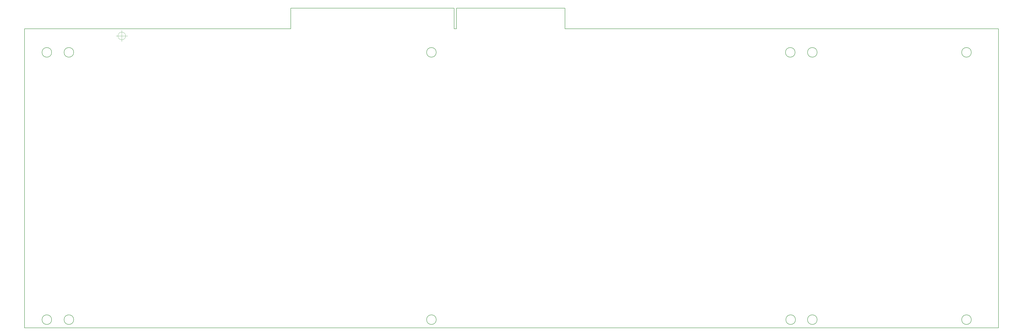
<source format=gbr>
%TF.GenerationSoftware,KiCad,Pcbnew,(5.1.4)-1*%
%TF.CreationDate,2020-02-21T10:12:18-05:00*%
%TF.ProjectId,5251,35323531-2e6b-4696-9361-645f70636258,0.0.2*%
%TF.SameCoordinates,Original*%
%TF.FileFunction,Profile,NP*%
%FSLAX46Y46*%
G04 Gerber Fmt 4.6, Leading zero omitted, Abs format (unit mm)*
G04 Created by KiCad (PCBNEW (5.1.4)-1) date 2020-02-21 10:12:18*
%MOMM*%
%LPD*%
G04 APERTURE LIST*
%ADD10C,0.200000*%
%ADD11C,0.050000*%
G04 APERTURE END LIST*
D10*
X263780705Y-142705529D02*
X263780705Y-151675529D01*
X192620706Y-142705529D02*
X263780705Y-142705529D01*
X192620706Y-151675529D02*
X192620706Y-142705529D01*
X76760706Y-151675529D02*
X192620706Y-151675529D01*
X76760706Y-281925529D02*
X76760706Y-151675529D01*
X500750705Y-281925529D02*
X76760706Y-281925529D01*
X500750705Y-151675529D02*
X500750705Y-281925529D01*
X312000705Y-151675529D02*
X500750705Y-151675529D01*
X312000705Y-142705529D02*
X312000705Y-151675529D01*
X264780706Y-142705529D02*
X312000705Y-142705529D01*
X255965705Y-278390528D02*
G75*
G03X255965705Y-278390528I-2100000J0D01*
G01*
X412350705Y-278390528D02*
G75*
G03X412350705Y-278390528I-2100000J0D01*
G01*
X412190705Y-161930529D02*
G75*
G03X412190705Y-161930529I-2100000J0D01*
G01*
X421790706Y-278390528D02*
G75*
G03X421790706Y-278390528I-2100000J0D01*
G01*
X421790706Y-161930529D02*
G75*
G03X421790706Y-161930529I-2100000J0D01*
G01*
X488900705Y-278390528D02*
G75*
G03X488900705Y-278390528I-2100000J0D01*
G01*
X488900705Y-161930529D02*
G75*
G03X488900705Y-161930529I-2100000J0D01*
G01*
X98135705Y-278390528D02*
G75*
G03X98135705Y-278390528I-2099999J0D01*
G01*
X88535706Y-278390528D02*
G75*
G03X88535706Y-278390528I-2100000J0D01*
G01*
X98135705Y-161930529D02*
G75*
G03X98135705Y-161930529I-2099999J0D01*
G01*
X88535706Y-161930529D02*
G75*
G03X88535706Y-161930529I-2100000J0D01*
G01*
X90537255Y-151675529D02*
X90537255Y-151675529D01*
D11*
X120729266Y-154781380D02*
G75*
G03X120729266Y-154781380I-1666666J0D01*
G01*
X116562600Y-154781380D02*
X121562600Y-154781380D01*
X119062600Y-152281380D02*
X119062600Y-157281380D01*
D10*
X263780705Y-151675529D02*
X264780706Y-151675529D01*
X264780706Y-151675529D02*
X264780706Y-142705529D01*
X255965705Y-161930529D02*
G75*
G03X255965705Y-161930529I-2100000J0D01*
G01*
X90537255Y-151675529D02*
X90537255Y-151675529D01*
M02*

</source>
